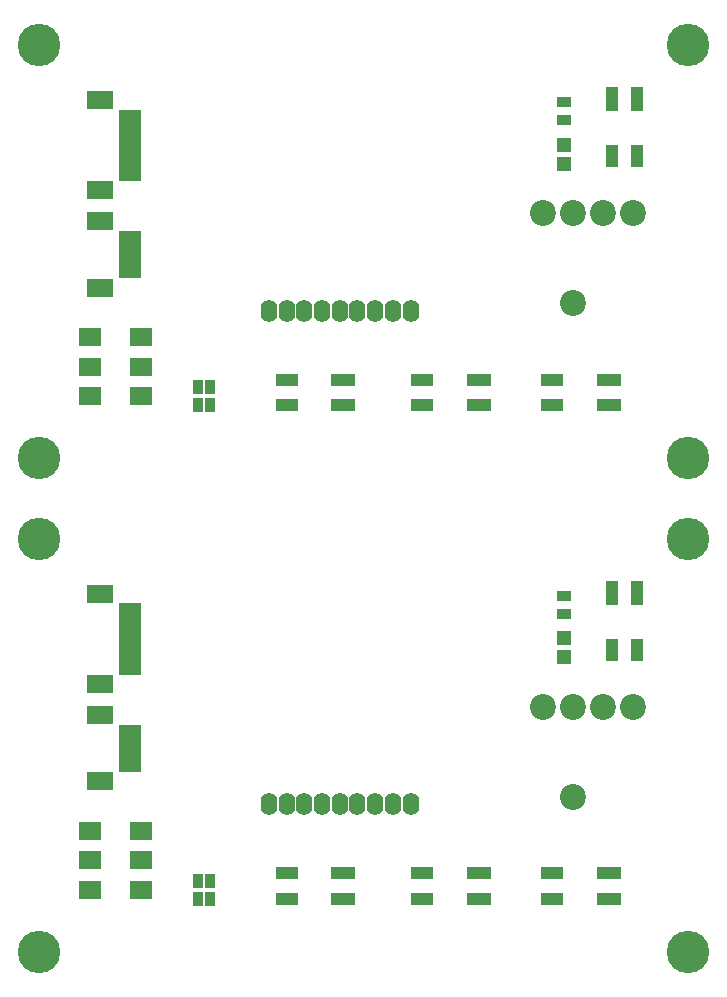
<source format=gts>
G04 #@! TF.GenerationSoftware,KiCad,Pcbnew,(5.0.0)*
G04 #@! TF.CreationDate,2020-01-25T17:41:45+09:00*
G04 #@! TF.ProjectId,General_purpose_lancer_board_sub_m,47656E6572616C5F707572706F73655F,rev?*
G04 #@! TF.SameCoordinates,Original*
G04 #@! TF.FileFunction,Soldermask,Top*
G04 #@! TF.FilePolarity,Negative*
%FSLAX46Y46*%
G04 Gerber Fmt 4.6, Leading zero omitted, Abs format (unit mm)*
G04 Created by KiCad (PCBNEW (5.0.0)) date 01/25/20 17:41:45*
%MOMM*%
%LPD*%
G01*
G04 APERTURE LIST*
%ADD10C,3.600000*%
%ADD11R,0.900000X1.150000*%
%ADD12O,1.400000X1.900000*%
%ADD13R,1.900000X1.600000*%
%ADD14R,1.900000X1.050000*%
%ADD15R,2.000000X1.050000*%
%ADD16R,1.300000X0.900000*%
%ADD17R,1.950000X1.000000*%
%ADD18R,2.200000X1.600000*%
%ADD19R,1.050000X2.000000*%
%ADD20R,1.050000X1.900000*%
%ADD21R,1.200000X1.200000*%
%ADD22C,2.200000*%
G04 APERTURE END LIST*
D10*
G04 #@! TO.C,REF\002A\002A*
X172500000Y-102500000D03*
G04 #@! TD*
D11*
G04 #@! TO.C,LED1*
X187000000Y-133000000D03*
X187000000Y-131450000D03*
X186000000Y-131450000D03*
X186000000Y-133000000D03*
G04 #@! TD*
D12*
G04 #@! TO.C,LCD1*
X192000000Y-125000000D03*
X193500000Y-125000000D03*
X195000000Y-125000000D03*
X196500000Y-125000000D03*
X198000000Y-125000000D03*
X199500000Y-125000000D03*
X201000000Y-125000000D03*
X202500000Y-125000000D03*
X204000000Y-125000000D03*
G04 #@! TD*
D13*
G04 #@! TO.C,SW4*
X181150000Y-127250000D03*
X181150000Y-132250000D03*
X176850000Y-127250000D03*
X176850000Y-132250000D03*
X176850000Y-129750000D03*
X181150000Y-129750000D03*
G04 #@! TD*
D14*
G04 #@! TO.C,SW3*
X216000000Y-133000000D03*
D15*
X220800000Y-133000000D03*
D14*
X216000000Y-130850000D03*
D15*
X220800000Y-130850000D03*
G04 #@! TD*
D14*
G04 #@! TO.C,SW1*
X193500000Y-133000000D03*
D15*
X198300000Y-133000000D03*
D14*
X193500000Y-130850000D03*
D15*
X198300000Y-130850000D03*
G04 #@! TD*
D16*
G04 #@! TO.C,R12*
X217000000Y-108850000D03*
X217000000Y-107350000D03*
G04 #@! TD*
D15*
G04 #@! TO.C,SW2*
X209800000Y-130850000D03*
D14*
X205000000Y-130850000D03*
D15*
X209800000Y-133000000D03*
D14*
X205000000Y-133000000D03*
G04 #@! TD*
D17*
G04 #@! TO.C,J2*
X180262500Y-121750000D03*
X180262500Y-120750000D03*
X180262500Y-119750000D03*
X180262500Y-118750000D03*
D18*
X177737500Y-123050000D03*
X177737500Y-117450000D03*
G04 #@! TD*
D17*
G04 #@! TO.C,J1*
X180262500Y-113500000D03*
X180262500Y-112500000D03*
X180262500Y-111500000D03*
X180262500Y-110500000D03*
X180262500Y-109500000D03*
X180262500Y-108500000D03*
D18*
X177737500Y-114800000D03*
X177737500Y-107200000D03*
G04 #@! TD*
D19*
G04 #@! TO.C,SW6*
X221050000Y-107100000D03*
D20*
X221050000Y-111900000D03*
D19*
X223200000Y-107100000D03*
D20*
X223200000Y-111900000D03*
G04 #@! TD*
D21*
G04 #@! TO.C,D1*
X217000000Y-110950000D03*
X217000000Y-112550000D03*
G04 #@! TD*
D10*
G04 #@! TO.C,REF\002A\002A*
X227500000Y-102500000D03*
G04 #@! TD*
D22*
G04 #@! TO.C,SW5*
X220270000Y-116750000D03*
X217730000Y-116750000D03*
X215190000Y-116750000D03*
X222810000Y-116750000D03*
X217730000Y-124370000D03*
G04 #@! TD*
D10*
G04 #@! TO.C,REF\002A\002A*
X172500000Y-137500000D03*
G04 #@! TD*
G04 #@! TO.C,REF\002A\002A*
X227500000Y-137500000D03*
G04 #@! TD*
G04 #@! TO.C,REF\002A\002A*
X172500000Y-60700000D03*
G04 #@! TD*
D11*
G04 #@! TO.C,LED1*
X187000000Y-91200000D03*
X187000000Y-89650000D03*
X186000000Y-89650000D03*
X186000000Y-91200000D03*
G04 #@! TD*
D12*
G04 #@! TO.C,LCD1*
X192000000Y-83200000D03*
X193500000Y-83200000D03*
X195000000Y-83200000D03*
X196500000Y-83200000D03*
X198000000Y-83200000D03*
X199500000Y-83200000D03*
X201000000Y-83200000D03*
X202500000Y-83200000D03*
X204000000Y-83200000D03*
G04 #@! TD*
D13*
G04 #@! TO.C,SW4*
X181150000Y-85450000D03*
X181150000Y-90450000D03*
X176850000Y-85450000D03*
X176850000Y-90450000D03*
X176850000Y-87950000D03*
X181150000Y-87950000D03*
G04 #@! TD*
D14*
G04 #@! TO.C,SW3*
X216000000Y-91200000D03*
D15*
X220800000Y-91200000D03*
D14*
X216000000Y-89050000D03*
D15*
X220800000Y-89050000D03*
G04 #@! TD*
D14*
G04 #@! TO.C,SW1*
X193500000Y-91200000D03*
D15*
X198300000Y-91200000D03*
D14*
X193500000Y-89050000D03*
D15*
X198300000Y-89050000D03*
G04 #@! TD*
D16*
G04 #@! TO.C,R12*
X217000000Y-67050000D03*
X217000000Y-65550000D03*
G04 #@! TD*
D15*
G04 #@! TO.C,SW2*
X209800000Y-89050000D03*
D14*
X205000000Y-89050000D03*
D15*
X209800000Y-91200000D03*
D14*
X205000000Y-91200000D03*
G04 #@! TD*
D17*
G04 #@! TO.C,J2*
X180262500Y-79950000D03*
X180262500Y-78950000D03*
X180262500Y-77950000D03*
X180262500Y-76950000D03*
D18*
X177737500Y-81250000D03*
X177737500Y-75650000D03*
G04 #@! TD*
D17*
G04 #@! TO.C,J1*
X180262500Y-71700000D03*
X180262500Y-70700000D03*
X180262500Y-69700000D03*
X180262500Y-68700000D03*
X180262500Y-67700000D03*
X180262500Y-66700000D03*
D18*
X177737500Y-73000000D03*
X177737500Y-65400000D03*
G04 #@! TD*
D19*
G04 #@! TO.C,SW6*
X221050000Y-65300000D03*
D20*
X221050000Y-70100000D03*
D19*
X223200000Y-65300000D03*
D20*
X223200000Y-70100000D03*
G04 #@! TD*
D21*
G04 #@! TO.C,D1*
X217000000Y-69150000D03*
X217000000Y-70750000D03*
G04 #@! TD*
D10*
G04 #@! TO.C,REF\002A\002A*
X227500000Y-60700000D03*
G04 #@! TD*
D22*
G04 #@! TO.C,SW5*
X220270000Y-74950000D03*
X217730000Y-74950000D03*
X215190000Y-74950000D03*
X222810000Y-74950000D03*
X217730000Y-82570000D03*
G04 #@! TD*
D10*
G04 #@! TO.C,REF\002A\002A*
X172500000Y-95700000D03*
G04 #@! TD*
G04 #@! TO.C,REF\002A\002A*
X227500000Y-95700000D03*
G04 #@! TD*
M02*

</source>
